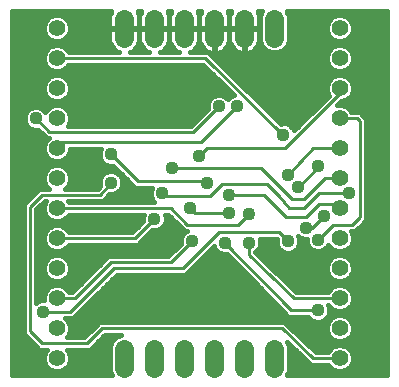
<source format=gbl>
G75*
G70*
%OFA0B0*%
%FSLAX24Y24*%
%IPPOS*%
%LPD*%
%AMOC8*
5,1,8,0,0,1.08239X$1,22.5*
%
%ADD10C,0.0555*%
%ADD11C,0.0640*%
%ADD12C,0.0100*%
%ADD13C,0.0440*%
%ADD14C,0.0436*%
%ADD15C,0.0160*%
D10*
X003854Y001494D03*
X003854Y002494D03*
X003854Y003494D03*
X003854Y004494D03*
X003854Y005494D03*
X003854Y006494D03*
X003854Y007494D03*
X003854Y008494D03*
X003854Y009494D03*
X003854Y010494D03*
X003854Y011494D03*
X003854Y012494D03*
X013280Y012494D03*
X013280Y011494D03*
X013280Y010494D03*
X013280Y009494D03*
X013280Y008494D03*
X013280Y007494D03*
X013280Y006494D03*
X013280Y005494D03*
X013280Y004494D03*
X013280Y003494D03*
X013280Y002494D03*
X013280Y001494D03*
D11*
X011104Y001814D02*
X011104Y001174D01*
X010104Y001174D02*
X010104Y001814D01*
X009104Y001814D02*
X009104Y001174D01*
X008104Y001174D02*
X008104Y001814D01*
X007104Y001814D02*
X007104Y001174D01*
X006104Y001174D02*
X006104Y001814D01*
X006104Y012174D02*
X006104Y012814D01*
X007104Y012814D02*
X007104Y012174D01*
X008104Y012174D02*
X008104Y012814D01*
X009104Y012814D02*
X009104Y012174D01*
X010104Y012174D02*
X010104Y012814D01*
X011104Y012814D02*
X011104Y012174D01*
D12*
X008804Y011494D02*
X003854Y011494D01*
X003154Y009494D02*
X003604Y009044D01*
X008404Y009044D01*
X009254Y009894D01*
X009854Y009894D02*
X008654Y008694D01*
X004054Y008694D01*
X003854Y008494D01*
X005654Y008294D02*
X006554Y007394D01*
X008754Y007394D01*
X008854Y007344D01*
X008954Y006894D02*
X009354Y007294D01*
X010854Y007294D01*
X011254Y006894D01*
X011604Y006494D01*
X012104Y006494D01*
X012604Y006994D01*
X013604Y006994D01*
X013154Y006644D02*
X013304Y006494D01*
X013280Y006494D01*
X013154Y006644D02*
X012604Y006644D01*
X012154Y006194D01*
X011504Y006194D01*
X010754Y006944D01*
X009604Y006944D01*
X008954Y006894D02*
X007454Y006894D01*
X007354Y006994D01*
X007654Y006494D02*
X003854Y006494D01*
X003354Y006944D02*
X002954Y006544D01*
X002954Y002394D01*
X003354Y001994D01*
X004854Y001994D01*
X005354Y002494D01*
X011354Y002494D01*
X012404Y001494D01*
X013280Y001494D01*
X012554Y003094D02*
X011654Y003094D01*
X009454Y005344D01*
X009254Y005694D02*
X008054Y004494D01*
X005754Y004494D01*
X004304Y003044D01*
X003404Y003044D01*
X003854Y003494D02*
X004454Y003494D01*
X005654Y004694D01*
X007654Y004694D01*
X008354Y005394D01*
X008204Y005944D02*
X007654Y006494D01*
X007104Y006144D02*
X006454Y005494D01*
X003854Y005494D01*
X003354Y006944D02*
X005304Y006944D01*
X005654Y007344D01*
X007704Y007844D02*
X010654Y007844D01*
X011704Y006794D01*
X012104Y006794D01*
X012804Y007494D01*
X013280Y007494D01*
X012554Y007844D02*
X012554Y007894D01*
X012554Y007844D02*
X011904Y007194D01*
X011554Y007594D02*
X012404Y008494D01*
X013280Y008494D01*
X013280Y009494D02*
X013854Y009494D01*
X013954Y009394D01*
X013954Y006194D01*
X013704Y005944D01*
X013054Y005944D01*
X012554Y005444D01*
X012354Y005844D02*
X012154Y005844D01*
X012354Y005844D02*
X012754Y006244D01*
X011554Y005394D02*
X011254Y005694D01*
X009254Y005694D01*
X009904Y005944D02*
X008204Y005944D01*
X008454Y006344D02*
X009604Y006344D01*
X009904Y005944D02*
X010254Y006294D01*
X010254Y005344D02*
X010254Y004944D01*
X011754Y003494D01*
X013280Y003494D01*
X008454Y006344D02*
X008304Y006494D01*
X008604Y008244D02*
X008854Y008494D01*
X011454Y008494D01*
X013254Y010294D01*
X013254Y010444D01*
X013280Y010494D01*
X011404Y008944D02*
X008804Y011494D01*
D13*
X009254Y009894D03*
X009854Y009894D03*
X011404Y008944D03*
X012554Y007894D03*
X011904Y007194D03*
X011554Y007594D03*
X012754Y006244D03*
X012154Y005844D03*
X012554Y005444D03*
X011554Y005394D03*
X010254Y005344D03*
X009454Y005344D03*
X008354Y005394D03*
X007104Y006144D03*
X007354Y006994D03*
X008304Y006494D03*
X008854Y007344D03*
X008604Y008244D03*
X007704Y007844D03*
X009604Y006344D03*
X005654Y007344D03*
X005654Y008294D03*
X003154Y009494D03*
X003404Y003044D03*
X012554Y003094D03*
X013604Y006994D03*
D14*
X010254Y006294D03*
X009604Y006944D03*
X007554Y005594D03*
X005854Y003494D03*
X010354Y003394D03*
X011854Y003994D03*
X006104Y010494D03*
X003104Y010994D03*
X011604Y010994D03*
D15*
X002354Y013062D02*
X002354Y000926D01*
X005688Y000926D01*
X005624Y001078D01*
X005624Y001909D01*
X005698Y002086D01*
X005833Y002221D01*
X005985Y002284D01*
X005441Y002284D01*
X004941Y001784D01*
X004767Y001784D01*
X004183Y001784D01*
X004225Y001742D01*
X004292Y001581D01*
X004292Y001407D01*
X004225Y001246D01*
X004102Y001123D01*
X003941Y001056D01*
X003767Y001056D01*
X003607Y001123D01*
X003484Y001246D01*
X003417Y001407D01*
X003417Y001581D01*
X003484Y001742D01*
X003526Y001784D01*
X003267Y001784D01*
X003144Y001907D01*
X002744Y002307D01*
X002744Y002481D01*
X002744Y006631D01*
X002867Y006754D01*
X003267Y007154D01*
X003441Y007154D01*
X003576Y007154D01*
X003484Y007246D01*
X003417Y007407D01*
X003417Y007581D01*
X003484Y007742D01*
X003607Y007865D01*
X003767Y007931D01*
X003941Y007931D01*
X004102Y007865D01*
X004225Y007742D01*
X004292Y007581D01*
X004292Y007407D01*
X004225Y007246D01*
X004133Y007154D01*
X005209Y007154D01*
X005286Y007241D01*
X005274Y007268D01*
X005274Y007419D01*
X005332Y007559D01*
X005439Y007666D01*
X005579Y007724D01*
X005730Y007724D01*
X005870Y007666D01*
X005977Y007559D01*
X006034Y007419D01*
X006034Y007268D01*
X005977Y007129D01*
X005870Y007022D01*
X005730Y006964D01*
X005601Y006964D01*
X005514Y006865D01*
X005514Y006857D01*
X005458Y006800D01*
X005405Y006740D01*
X005397Y006740D01*
X005391Y006734D01*
X005311Y006734D01*
X005232Y006729D01*
X005226Y006734D01*
X004229Y006734D01*
X004241Y006704D01*
X007107Y006704D01*
X007032Y006779D01*
X006974Y006918D01*
X006974Y007069D01*
X007022Y007184D01*
X006641Y007184D01*
X006467Y007184D01*
X005735Y007916D01*
X005730Y007914D01*
X005579Y007914D01*
X005439Y007972D01*
X005332Y008079D01*
X005274Y008218D01*
X005274Y008369D01*
X005322Y008484D01*
X004292Y008484D01*
X004292Y008407D01*
X004225Y008246D01*
X004102Y008123D01*
X003941Y008056D01*
X003767Y008056D01*
X003607Y008123D01*
X003484Y008246D01*
X003417Y008407D01*
X003417Y008581D01*
X003484Y008742D01*
X003576Y008834D01*
X003517Y008834D01*
X003394Y008957D01*
X003235Y009116D01*
X003230Y009114D01*
X003079Y009114D01*
X002939Y009172D01*
X002832Y009279D01*
X002774Y009418D01*
X002774Y009569D01*
X002832Y009709D01*
X002939Y009816D01*
X003079Y009874D01*
X003230Y009874D01*
X003370Y009816D01*
X003472Y009714D01*
X003484Y009742D01*
X003607Y009865D01*
X003767Y009931D01*
X003941Y009931D01*
X004102Y009865D01*
X004225Y009742D01*
X004292Y009581D01*
X004292Y009407D01*
X004229Y009254D01*
X008317Y009254D01*
X008877Y009813D01*
X008874Y009818D01*
X008874Y009969D01*
X008932Y010109D01*
X009039Y010216D01*
X009179Y010274D01*
X009330Y010274D01*
X009470Y010216D01*
X009554Y010131D01*
X009639Y010216D01*
X009758Y010265D01*
X008719Y011284D01*
X004241Y011284D01*
X004225Y011246D01*
X004102Y011123D01*
X003941Y011056D01*
X003767Y011056D01*
X003607Y011123D01*
X003484Y011246D01*
X003417Y011407D01*
X003417Y011581D01*
X003484Y011742D01*
X003607Y011865D01*
X003767Y011931D01*
X003941Y011931D01*
X004102Y011865D01*
X004225Y011742D01*
X004241Y011704D01*
X005933Y011704D01*
X005821Y011750D01*
X005681Y011891D01*
X005604Y012074D01*
X005604Y012474D01*
X006084Y012474D01*
X006084Y012514D01*
X005604Y012514D01*
X005604Y012913D01*
X005666Y013062D01*
X002354Y013062D01*
X002354Y013019D02*
X005648Y013019D01*
X005604Y012860D02*
X004107Y012860D01*
X004102Y012865D02*
X003941Y012931D01*
X003767Y012931D01*
X003607Y012865D01*
X003484Y012742D01*
X003417Y012581D01*
X003417Y012407D01*
X003484Y012246D01*
X003607Y012123D01*
X003767Y012056D01*
X003941Y012056D01*
X004102Y012123D01*
X004225Y012246D01*
X004292Y012407D01*
X004292Y012581D01*
X004225Y012742D01*
X004102Y012865D01*
X004242Y012702D02*
X005604Y012702D01*
X005604Y012543D02*
X004292Y012543D01*
X004283Y012385D02*
X005604Y012385D01*
X005604Y012226D02*
X004205Y012226D01*
X003968Y012068D02*
X005607Y012068D01*
X005673Y011909D02*
X003995Y011909D01*
X004217Y011750D02*
X005821Y011750D01*
X006276Y011704D02*
X006388Y011750D01*
X006528Y011891D01*
X006604Y012074D01*
X006604Y012474D01*
X006125Y012474D01*
X006125Y012514D01*
X006604Y012514D01*
X006604Y012913D01*
X006543Y013062D01*
X006666Y013062D01*
X006604Y012913D01*
X006604Y012514D01*
X007084Y012514D01*
X007084Y012474D01*
X006604Y012474D01*
X006604Y012074D01*
X006681Y011891D01*
X006821Y011750D01*
X006933Y011704D01*
X006276Y011704D01*
X006388Y011750D02*
X006821Y011750D01*
X006673Y011909D02*
X006536Y011909D01*
X006602Y012068D02*
X006607Y012068D01*
X006604Y012226D02*
X006604Y012226D01*
X006604Y012385D02*
X006604Y012385D01*
X006604Y012543D02*
X006604Y012543D01*
X006604Y012702D02*
X006604Y012702D01*
X006604Y012860D02*
X006604Y012860D01*
X006561Y013019D02*
X006648Y013019D01*
X007125Y012514D02*
X007604Y012514D01*
X007604Y012913D01*
X007543Y013062D01*
X007666Y013062D01*
X007604Y012913D01*
X007604Y012514D01*
X008084Y012514D01*
X008084Y012474D01*
X007604Y012474D01*
X007125Y012474D01*
X007125Y012514D01*
X007604Y012543D02*
X007604Y012543D01*
X007604Y012474D02*
X007604Y012074D01*
X007604Y012474D01*
X007604Y012385D02*
X007604Y012385D01*
X007604Y012226D02*
X007604Y012226D01*
X007604Y012074D02*
X007681Y011891D01*
X007821Y011750D01*
X007933Y011704D01*
X007276Y011704D01*
X007388Y011750D01*
X007528Y011891D01*
X007604Y012074D01*
X007602Y012068D02*
X007607Y012068D01*
X007673Y011909D02*
X007536Y011909D01*
X007388Y011750D02*
X007821Y011750D01*
X008276Y011704D02*
X008388Y011750D01*
X008528Y011891D01*
X008604Y012074D01*
X008604Y012474D01*
X008125Y012474D01*
X008125Y012514D01*
X008604Y012514D01*
X008604Y012913D01*
X008543Y013062D01*
X008666Y013062D01*
X008604Y012913D01*
X008604Y012514D01*
X009084Y012514D01*
X009084Y012474D01*
X008604Y012474D01*
X008604Y012074D01*
X008681Y011891D01*
X008821Y011750D01*
X009005Y011674D01*
X009084Y011674D01*
X009084Y012474D01*
X009124Y012474D01*
X009124Y011674D01*
X009204Y011674D01*
X009388Y011750D01*
X009528Y011891D01*
X009604Y012074D01*
X009604Y012474D01*
X009125Y012474D01*
X009125Y012514D01*
X009604Y012514D01*
X009604Y012913D01*
X009543Y013062D01*
X009666Y013062D01*
X009604Y012913D01*
X009604Y012514D01*
X010084Y012514D01*
X010084Y012474D01*
X009604Y012474D01*
X009604Y012074D01*
X009681Y011891D01*
X009821Y011750D01*
X010005Y011674D01*
X010084Y011674D01*
X010084Y012474D01*
X010124Y012474D01*
X010124Y011674D01*
X010204Y011674D01*
X010388Y011750D01*
X010528Y011891D01*
X010604Y012074D01*
X010604Y012474D01*
X010125Y012474D01*
X010125Y012514D01*
X010604Y012514D01*
X010604Y012913D01*
X010543Y013062D01*
X010688Y013062D01*
X010624Y012909D01*
X010624Y012078D01*
X010698Y011902D01*
X010833Y011767D01*
X011009Y011694D01*
X011200Y011694D01*
X011376Y011767D01*
X011511Y011902D01*
X011584Y012078D01*
X011584Y012909D01*
X011521Y013062D01*
X014854Y013062D01*
X014854Y000926D01*
X011521Y000926D01*
X011584Y001078D01*
X011584Y001909D01*
X011533Y002034D01*
X012257Y001344D01*
X012317Y001284D01*
X012321Y001284D01*
X012323Y001282D01*
X012407Y001284D01*
X012893Y001284D01*
X012909Y001246D01*
X013032Y001123D01*
X013193Y001056D01*
X013367Y001056D01*
X013527Y001123D01*
X013651Y001246D01*
X013717Y001407D01*
X013717Y001581D01*
X013651Y001742D01*
X013527Y001865D01*
X013367Y001931D01*
X013193Y001931D01*
X013032Y001865D01*
X012909Y001742D01*
X012893Y001704D01*
X012488Y001704D01*
X011502Y002644D01*
X011441Y002704D01*
X011438Y002704D01*
X011436Y002706D01*
X011352Y002704D01*
X005267Y002704D01*
X005144Y002581D01*
X004767Y002204D01*
X004183Y002204D01*
X004225Y002246D01*
X004292Y002407D01*
X004292Y002581D01*
X004225Y002742D01*
X004133Y002834D01*
X004391Y002834D01*
X004514Y002957D01*
X005841Y004284D01*
X008141Y004284D01*
X008264Y004407D01*
X009090Y005232D01*
X009132Y005129D01*
X009239Y005022D01*
X009379Y004964D01*
X009530Y004964D01*
X009532Y004965D01*
X011444Y003008D01*
X011444Y003007D01*
X011505Y002947D01*
X011565Y002885D01*
X011567Y002885D01*
X011567Y002884D01*
X011654Y002884D01*
X011739Y002883D01*
X011740Y002884D01*
X012230Y002884D01*
X012232Y002879D01*
X012339Y002772D01*
X012479Y002714D01*
X012630Y002714D01*
X012770Y002772D01*
X012877Y002879D01*
X012934Y003018D01*
X012934Y003169D01*
X012887Y003284D01*
X012893Y003284D01*
X012909Y003246D01*
X013032Y003123D01*
X013193Y003056D01*
X013367Y003056D01*
X013527Y003123D01*
X013651Y003246D01*
X013717Y003407D01*
X013717Y003581D01*
X013651Y003742D01*
X013527Y003865D01*
X013367Y003931D01*
X013193Y003931D01*
X013032Y003865D01*
X012909Y003742D01*
X012893Y003704D01*
X011839Y003704D01*
X010473Y005025D01*
X010577Y005129D01*
X010634Y005268D01*
X010634Y005419D01*
X010608Y005484D01*
X011167Y005484D01*
X011177Y005475D01*
X011174Y005469D01*
X011174Y005318D01*
X011232Y005179D01*
X011339Y005072D01*
X011479Y005014D01*
X011630Y005014D01*
X011770Y005072D01*
X011877Y005179D01*
X011934Y005318D01*
X011934Y005469D01*
X011894Y005567D01*
X011939Y005522D01*
X012079Y005464D01*
X012174Y005464D01*
X012174Y005368D01*
X012232Y005229D01*
X012339Y005122D01*
X012479Y005064D01*
X012630Y005064D01*
X012770Y005122D01*
X012877Y005229D01*
X012896Y005276D01*
X012909Y005246D01*
X013032Y005123D01*
X013193Y005056D01*
X013367Y005056D01*
X013527Y005123D01*
X013651Y005246D01*
X013717Y005407D01*
X013717Y005581D01*
X013654Y005734D01*
X013791Y005734D01*
X014041Y005984D01*
X014164Y006107D01*
X014164Y009307D01*
X014164Y009481D01*
X014064Y009581D01*
X013941Y009704D01*
X013666Y009704D01*
X013651Y009742D01*
X013527Y009865D01*
X013367Y009931D01*
X013193Y009931D01*
X013186Y009929D01*
X013314Y010056D01*
X013367Y010056D01*
X013527Y010123D01*
X013651Y010246D01*
X013717Y010407D01*
X013717Y010581D01*
X013651Y010742D01*
X013527Y010865D01*
X013367Y010931D01*
X013193Y010931D01*
X013032Y010865D01*
X012909Y010742D01*
X012842Y010581D01*
X012842Y010407D01*
X012909Y010246D01*
X012909Y010246D01*
X011755Y009091D01*
X011727Y009159D01*
X011620Y009266D01*
X011480Y009324D01*
X011329Y009324D01*
X011320Y009320D01*
X008953Y011642D01*
X008891Y011704D01*
X008890Y011704D01*
X008889Y011705D01*
X008804Y011704D01*
X008276Y011704D01*
X008388Y011750D02*
X008821Y011750D01*
X009004Y011592D02*
X012847Y011592D01*
X012842Y011581D02*
X012842Y011407D01*
X012909Y011246D01*
X013032Y011123D01*
X013193Y011056D01*
X013367Y011056D01*
X013527Y011123D01*
X013651Y011246D01*
X013717Y011407D01*
X013717Y011581D01*
X013651Y011742D01*
X013527Y011865D01*
X013367Y011931D01*
X013193Y011931D01*
X013032Y011865D01*
X012909Y011742D01*
X012842Y011581D01*
X012842Y011433D02*
X009166Y011433D01*
X009328Y011275D02*
X012897Y011275D01*
X013048Y011116D02*
X009489Y011116D01*
X009651Y010958D02*
X014854Y010958D01*
X014854Y011116D02*
X013511Y011116D01*
X013662Y011275D02*
X014854Y011275D01*
X014854Y011433D02*
X013717Y011433D01*
X013713Y011592D02*
X014854Y011592D01*
X014854Y011750D02*
X013642Y011750D01*
X013421Y011909D02*
X014854Y011909D01*
X014854Y012068D02*
X013394Y012068D01*
X013367Y012056D02*
X013527Y012123D01*
X013651Y012246D01*
X013717Y012407D01*
X013717Y012581D01*
X013651Y012742D01*
X013527Y012865D01*
X013367Y012931D01*
X013193Y012931D01*
X013032Y012865D01*
X012909Y012742D01*
X012842Y012581D01*
X012842Y012407D01*
X012909Y012246D01*
X013032Y012123D01*
X013193Y012056D01*
X013367Y012056D01*
X013166Y012068D02*
X011580Y012068D01*
X011584Y012226D02*
X012929Y012226D01*
X012851Y012385D02*
X011584Y012385D01*
X011584Y012543D02*
X012842Y012543D01*
X012892Y012702D02*
X011584Y012702D01*
X011584Y012860D02*
X013027Y012860D01*
X013532Y012860D02*
X014854Y012860D01*
X014854Y012702D02*
X013667Y012702D01*
X013717Y012543D02*
X014854Y012543D01*
X014854Y012385D02*
X013708Y012385D01*
X013631Y012226D02*
X014854Y012226D01*
X014854Y013019D02*
X011539Y013019D01*
X010670Y013019D02*
X010561Y013019D01*
X010604Y012860D02*
X010624Y012860D01*
X010624Y012702D02*
X010604Y012702D01*
X010604Y012543D02*
X010624Y012543D01*
X010624Y012385D02*
X010604Y012385D01*
X010604Y012226D02*
X010624Y012226D01*
X010629Y012068D02*
X010602Y012068D01*
X010536Y011909D02*
X010695Y011909D01*
X010872Y011750D02*
X010388Y011750D01*
X010124Y011750D02*
X010084Y011750D01*
X009821Y011750D02*
X009388Y011750D01*
X009124Y011750D02*
X009084Y011750D01*
X009084Y011909D02*
X009124Y011909D01*
X009124Y012068D02*
X009084Y012068D01*
X009084Y012226D02*
X009124Y012226D01*
X009124Y012385D02*
X009084Y012385D01*
X008607Y012068D02*
X008602Y012068D01*
X008604Y012226D02*
X008604Y012226D01*
X008604Y012385D02*
X008604Y012385D01*
X008604Y012543D02*
X008604Y012543D01*
X008604Y012702D02*
X008604Y012702D01*
X008604Y012860D02*
X008604Y012860D01*
X008561Y013019D02*
X008648Y013019D01*
X009561Y013019D02*
X009648Y013019D01*
X009604Y012860D02*
X009604Y012860D01*
X009604Y012702D02*
X009604Y012702D01*
X009604Y012543D02*
X009604Y012543D01*
X009604Y012385D02*
X009604Y012385D01*
X009604Y012226D02*
X009604Y012226D01*
X009602Y012068D02*
X009607Y012068D01*
X009673Y011909D02*
X009536Y011909D01*
X010084Y011909D02*
X010124Y011909D01*
X010124Y012068D02*
X010084Y012068D01*
X010084Y012226D02*
X010124Y012226D01*
X010124Y012385D02*
X010084Y012385D01*
X011337Y011750D02*
X012918Y011750D01*
X013139Y011909D02*
X011514Y011909D01*
X012966Y010799D02*
X009813Y010799D01*
X009974Y010641D02*
X012867Y010641D01*
X012842Y010482D02*
X010136Y010482D01*
X010298Y010324D02*
X012877Y010324D01*
X012829Y010165D02*
X010459Y010165D01*
X010621Y010006D02*
X012670Y010006D01*
X012512Y009848D02*
X010783Y009848D01*
X010944Y009689D02*
X012353Y009689D01*
X012195Y009531D02*
X011106Y009531D01*
X011268Y009372D02*
X012036Y009372D01*
X011877Y009214D02*
X011672Y009214D01*
X013264Y010006D02*
X014854Y010006D01*
X014854Y009848D02*
X013544Y009848D01*
X013569Y010165D02*
X014854Y010165D01*
X014854Y010324D02*
X013683Y010324D01*
X013717Y010482D02*
X014854Y010482D01*
X014854Y010641D02*
X013692Y010641D01*
X013593Y010799D02*
X014854Y010799D01*
X014854Y009689D02*
X013956Y009689D01*
X014114Y009531D02*
X014854Y009531D01*
X014854Y009372D02*
X014164Y009372D01*
X014164Y009214D02*
X014854Y009214D01*
X014854Y009055D02*
X014164Y009055D01*
X014164Y008897D02*
X014854Y008897D01*
X014854Y008738D02*
X014164Y008738D01*
X014164Y008580D02*
X014854Y008580D01*
X014854Y008421D02*
X014164Y008421D01*
X014164Y008262D02*
X014854Y008262D01*
X014854Y008104D02*
X014164Y008104D01*
X014164Y007945D02*
X014854Y007945D01*
X014854Y007787D02*
X014164Y007787D01*
X014164Y007628D02*
X014854Y007628D01*
X014854Y007470D02*
X014164Y007470D01*
X014164Y007311D02*
X014854Y007311D01*
X014854Y007153D02*
X014164Y007153D01*
X014164Y006994D02*
X014854Y006994D01*
X014854Y006836D02*
X014164Y006836D01*
X014164Y006677D02*
X014854Y006677D01*
X014854Y006519D02*
X014164Y006519D01*
X014164Y006360D02*
X014854Y006360D01*
X014854Y006201D02*
X014164Y006201D01*
X014100Y006043D02*
X014854Y006043D01*
X014854Y005884D02*
X013942Y005884D01*
X013657Y005726D02*
X014854Y005726D01*
X014854Y005567D02*
X013717Y005567D01*
X013717Y005409D02*
X014854Y005409D01*
X014854Y005250D02*
X013652Y005250D01*
X013452Y005092D02*
X014854Y005092D01*
X014854Y004933D02*
X010568Y004933D01*
X010540Y005092D02*
X011319Y005092D01*
X011203Y005250D02*
X010627Y005250D01*
X010634Y005409D02*
X011174Y005409D01*
X011790Y005092D02*
X012412Y005092D01*
X012223Y005250D02*
X011906Y005250D01*
X011934Y005409D02*
X012174Y005409D01*
X012697Y005092D02*
X013108Y005092D01*
X013193Y004931D02*
X013032Y004865D01*
X012909Y004742D01*
X012842Y004581D01*
X012842Y004407D01*
X012909Y004246D01*
X013032Y004123D01*
X013193Y004056D01*
X013367Y004056D01*
X013527Y004123D01*
X013651Y004246D01*
X013717Y004407D01*
X013717Y004581D01*
X013651Y004742D01*
X013527Y004865D01*
X013367Y004931D01*
X013193Y004931D01*
X012942Y004775D02*
X010732Y004775D01*
X010896Y004616D02*
X012857Y004616D01*
X012842Y004457D02*
X011060Y004457D01*
X011224Y004299D02*
X012887Y004299D01*
X013014Y004140D02*
X011388Y004140D01*
X011552Y003982D02*
X014854Y003982D01*
X014854Y004140D02*
X013545Y004140D01*
X013672Y004299D02*
X014854Y004299D01*
X014854Y004457D02*
X013717Y004457D01*
X013703Y004616D02*
X014854Y004616D01*
X014854Y004775D02*
X013618Y004775D01*
X012907Y005250D02*
X012886Y005250D01*
X012990Y003823D02*
X011716Y003823D01*
X011113Y003348D02*
X004905Y003348D01*
X004747Y003189D02*
X011268Y003189D01*
X011423Y003031D02*
X004588Y003031D01*
X004430Y002872D02*
X012239Y002872D01*
X012870Y002872D02*
X013050Y002872D01*
X013032Y002865D02*
X012909Y002742D01*
X012842Y002581D01*
X012842Y002407D01*
X012909Y002246D01*
X013032Y002123D01*
X013193Y002056D01*
X013367Y002056D01*
X013527Y002123D01*
X013651Y002246D01*
X013717Y002407D01*
X013717Y002581D01*
X013651Y002742D01*
X013527Y002865D01*
X013367Y002931D01*
X013193Y002931D01*
X013032Y002865D01*
X012934Y003031D02*
X014854Y003031D01*
X014854Y003189D02*
X013594Y003189D01*
X013693Y003348D02*
X014854Y003348D01*
X014854Y003506D02*
X013717Y003506D01*
X013682Y003665D02*
X014854Y003665D01*
X014854Y003823D02*
X013569Y003823D01*
X012966Y003189D02*
X012926Y003189D01*
X012897Y002713D02*
X004237Y002713D01*
X004292Y002555D02*
X005119Y002555D01*
X004960Y002396D02*
X004288Y002396D01*
X004217Y002238D02*
X004801Y002238D01*
X005078Y001921D02*
X005629Y001921D01*
X005624Y001762D02*
X004205Y001762D01*
X004283Y001604D02*
X005624Y001604D01*
X005624Y001445D02*
X004292Y001445D01*
X004242Y001287D02*
X005624Y001287D01*
X005624Y001128D02*
X004107Y001128D01*
X003602Y001128D02*
X002354Y001128D01*
X002354Y001287D02*
X003467Y001287D01*
X003417Y001445D02*
X002354Y001445D01*
X002354Y001604D02*
X003426Y001604D01*
X003504Y001762D02*
X002354Y001762D01*
X002354Y001921D02*
X003131Y001921D01*
X002972Y002079D02*
X002354Y002079D01*
X002354Y002238D02*
X002814Y002238D01*
X002744Y002396D02*
X002354Y002396D01*
X002354Y002555D02*
X002744Y002555D01*
X002744Y002713D02*
X002354Y002713D01*
X002354Y002872D02*
X002744Y002872D01*
X002744Y003031D02*
X002354Y003031D01*
X002354Y003189D02*
X002744Y003189D01*
X002744Y003348D02*
X002354Y003348D01*
X002354Y003506D02*
X002744Y003506D01*
X002744Y003665D02*
X002354Y003665D01*
X002354Y003823D02*
X002744Y003823D01*
X002744Y003982D02*
X002354Y003982D01*
X002354Y004140D02*
X002744Y004140D01*
X002744Y004299D02*
X002354Y004299D01*
X002354Y004457D02*
X002744Y004457D01*
X002744Y004616D02*
X002354Y004616D01*
X002354Y004775D02*
X002744Y004775D01*
X002744Y004933D02*
X002354Y004933D01*
X002354Y005092D02*
X002744Y005092D01*
X002744Y005250D02*
X002354Y005250D01*
X002354Y005409D02*
X002744Y005409D01*
X002744Y005567D02*
X002354Y005567D01*
X002354Y005726D02*
X002744Y005726D01*
X002744Y005884D02*
X002354Y005884D01*
X002354Y006043D02*
X002744Y006043D01*
X002744Y006201D02*
X002354Y006201D01*
X002354Y006360D02*
X002744Y006360D01*
X002744Y006519D02*
X002354Y006519D01*
X002354Y006677D02*
X002791Y006677D01*
X002949Y006836D02*
X002354Y006836D01*
X002354Y006994D02*
X003108Y006994D01*
X003441Y006734D02*
X003164Y006457D01*
X003164Y003341D01*
X003189Y003366D01*
X003329Y003424D01*
X003417Y003424D01*
X003417Y003581D01*
X003484Y003742D01*
X003607Y003865D01*
X003767Y003931D01*
X003941Y003931D01*
X004102Y003865D01*
X004225Y003742D01*
X004241Y003704D01*
X004368Y003704D01*
X005567Y004904D01*
X005741Y004904D01*
X007567Y004904D01*
X007977Y005313D01*
X007974Y005318D01*
X007974Y005469D01*
X008032Y005609D01*
X008139Y005716D01*
X008182Y005734D01*
X008117Y005734D01*
X007567Y006284D01*
X007458Y006284D01*
X007484Y006219D01*
X007484Y006068D01*
X007427Y005929D01*
X007320Y005822D01*
X007180Y005764D01*
X007029Y005764D01*
X007024Y005766D01*
X006664Y005407D01*
X006541Y005284D01*
X004241Y005284D01*
X004225Y005246D01*
X004102Y005123D01*
X003941Y005056D01*
X003767Y005056D01*
X003607Y005123D01*
X003484Y005246D01*
X003417Y005407D01*
X003417Y005581D01*
X003484Y005742D01*
X003607Y005865D01*
X003767Y005931D01*
X003941Y005931D01*
X004102Y005865D01*
X004225Y005742D01*
X004241Y005704D01*
X006367Y005704D01*
X006727Y006063D01*
X006724Y006068D01*
X006724Y006219D01*
X006751Y006284D01*
X004241Y006284D01*
X004225Y006246D01*
X004102Y006123D01*
X003941Y006056D01*
X003767Y006056D01*
X003607Y006123D01*
X003484Y006246D01*
X003417Y006407D01*
X003417Y006581D01*
X003480Y006734D01*
X003441Y006734D01*
X003457Y006677D02*
X003385Y006677D01*
X003417Y006519D02*
X003226Y006519D01*
X003164Y006360D02*
X003436Y006360D01*
X003528Y006201D02*
X003164Y006201D01*
X003164Y006043D02*
X006707Y006043D01*
X006724Y006201D02*
X004181Y006201D01*
X004055Y005884D02*
X006548Y005884D01*
X006389Y005726D02*
X004232Y005726D01*
X004227Y005250D02*
X007914Y005250D01*
X007974Y005409D02*
X006666Y005409D01*
X006825Y005567D02*
X008015Y005567D01*
X008163Y005726D02*
X006983Y005726D01*
X007382Y005884D02*
X007967Y005884D01*
X007808Y006043D02*
X007474Y006043D01*
X007484Y006201D02*
X007650Y006201D01*
X007009Y006836D02*
X005493Y006836D01*
X005803Y006994D02*
X006974Y006994D01*
X007009Y007153D02*
X005987Y007153D01*
X006034Y007311D02*
X006340Y007311D01*
X006182Y007470D02*
X006014Y007470D01*
X006023Y007628D02*
X005907Y007628D01*
X005864Y007787D02*
X004180Y007787D01*
X004272Y007628D02*
X005402Y007628D01*
X005295Y007470D02*
X004292Y007470D01*
X004252Y007311D02*
X005274Y007311D01*
X005503Y007945D02*
X002354Y007945D01*
X002354Y007787D02*
X003529Y007787D01*
X003437Y007628D02*
X002354Y007628D01*
X002354Y007470D02*
X003417Y007470D01*
X003457Y007311D02*
X002354Y007311D01*
X002354Y007153D02*
X003266Y007153D01*
X003653Y008104D02*
X002354Y008104D01*
X002354Y008262D02*
X003477Y008262D01*
X003417Y008421D02*
X002354Y008421D01*
X002354Y008580D02*
X003417Y008580D01*
X003482Y008738D02*
X002354Y008738D01*
X002354Y008897D02*
X003455Y008897D01*
X003296Y009055D02*
X002354Y009055D01*
X002354Y009214D02*
X002897Y009214D01*
X002794Y009372D02*
X002354Y009372D01*
X002354Y009531D02*
X002774Y009531D01*
X002824Y009689D02*
X002354Y009689D01*
X002354Y009848D02*
X003016Y009848D01*
X003293Y009848D02*
X003590Y009848D01*
X003767Y010056D02*
X003941Y010056D01*
X004102Y010123D01*
X004225Y010246D01*
X004292Y010407D01*
X004292Y010581D01*
X004225Y010742D01*
X004102Y010865D01*
X003941Y010931D01*
X003767Y010931D01*
X003607Y010865D01*
X003484Y010742D01*
X003417Y010581D01*
X003417Y010407D01*
X003484Y010246D01*
X003607Y010123D01*
X003767Y010056D01*
X003565Y010165D02*
X002354Y010165D01*
X002354Y010006D02*
X008890Y010006D01*
X008874Y009848D02*
X004119Y009848D01*
X004247Y009689D02*
X008753Y009689D01*
X008594Y009531D02*
X004292Y009531D01*
X004278Y009372D02*
X008436Y009372D01*
X008988Y010165D02*
X004144Y010165D01*
X004257Y010324D02*
X009698Y010324D01*
X009588Y010165D02*
X009521Y010165D01*
X009536Y010482D02*
X004292Y010482D01*
X004267Y010641D02*
X009375Y010641D01*
X009213Y010799D02*
X004168Y010799D01*
X004086Y011116D02*
X008890Y011116D01*
X009051Y010958D02*
X002354Y010958D01*
X002354Y011116D02*
X003623Y011116D01*
X003472Y011275D02*
X002354Y011275D01*
X002354Y011433D02*
X003417Y011433D01*
X003422Y011592D02*
X002354Y011592D01*
X002354Y011750D02*
X003492Y011750D01*
X003714Y011909D02*
X002354Y011909D01*
X002354Y012068D02*
X003741Y012068D01*
X003504Y012226D02*
X002354Y012226D01*
X002354Y012385D02*
X003426Y012385D01*
X003417Y012543D02*
X002354Y012543D01*
X002354Y012702D02*
X003467Y012702D01*
X003602Y012860D02*
X002354Y012860D01*
X004237Y011275D02*
X008728Y011275D01*
X008673Y011909D02*
X008536Y011909D01*
X007604Y012702D02*
X007604Y012702D01*
X007604Y012860D02*
X007604Y012860D01*
X007561Y013019D02*
X007648Y013019D01*
X003541Y010799D02*
X002354Y010799D01*
X002354Y010641D02*
X003442Y010641D01*
X003417Y010482D02*
X002354Y010482D01*
X002354Y010324D02*
X003451Y010324D01*
X004292Y008421D02*
X005296Y008421D01*
X005274Y008262D02*
X004232Y008262D01*
X004056Y008104D02*
X005322Y008104D01*
X003654Y005884D02*
X003164Y005884D01*
X003164Y005726D02*
X003477Y005726D01*
X003417Y005567D02*
X003164Y005567D01*
X003164Y005409D02*
X003417Y005409D01*
X003482Y005250D02*
X003164Y005250D01*
X003164Y005092D02*
X003682Y005092D01*
X003767Y004931D02*
X003607Y004865D01*
X003484Y004742D01*
X003417Y004581D01*
X003417Y004407D01*
X003484Y004246D01*
X003607Y004123D01*
X003767Y004056D01*
X003941Y004056D01*
X004102Y004123D01*
X004225Y004246D01*
X004292Y004407D01*
X004292Y004581D01*
X004225Y004742D01*
X004102Y004865D01*
X003941Y004931D01*
X003767Y004931D01*
X003516Y004775D02*
X003164Y004775D01*
X003164Y004933D02*
X007597Y004933D01*
X007755Y005092D02*
X004027Y005092D01*
X004192Y004775D02*
X005438Y004775D01*
X005280Y004616D02*
X004277Y004616D01*
X004292Y004457D02*
X005121Y004457D01*
X004963Y004299D02*
X004247Y004299D01*
X004120Y004140D02*
X004804Y004140D01*
X004646Y003982D02*
X003164Y003982D01*
X003164Y004140D02*
X003589Y004140D01*
X003462Y004299D02*
X003164Y004299D01*
X003164Y004457D02*
X003417Y004457D01*
X003432Y004616D02*
X003164Y004616D01*
X003164Y003823D02*
X003565Y003823D01*
X003452Y003665D02*
X003164Y003665D01*
X003164Y003506D02*
X003417Y003506D01*
X003171Y003348D02*
X003164Y003348D01*
X004144Y003823D02*
X004487Y003823D01*
X005064Y003506D02*
X010958Y003506D01*
X010803Y003665D02*
X005222Y003665D01*
X005381Y003823D02*
X010648Y003823D01*
X010493Y003982D02*
X005539Y003982D01*
X005698Y004140D02*
X010338Y004140D01*
X010183Y004299D02*
X008156Y004299D01*
X008315Y004457D02*
X010027Y004457D01*
X009872Y004616D02*
X008474Y004616D01*
X008632Y004775D02*
X009717Y004775D01*
X009562Y004933D02*
X008791Y004933D01*
X008949Y005092D02*
X009169Y005092D01*
X011595Y002555D02*
X012842Y002555D01*
X012846Y002396D02*
X011761Y002396D01*
X011928Y002238D02*
X012917Y002238D01*
X013137Y002079D02*
X012094Y002079D01*
X012261Y001921D02*
X013167Y001921D01*
X013392Y001921D02*
X014854Y001921D01*
X014854Y002079D02*
X013422Y002079D01*
X013642Y002238D02*
X014854Y002238D01*
X014854Y002396D02*
X013713Y002396D01*
X013717Y002555D02*
X014854Y002555D01*
X014854Y002713D02*
X013662Y002713D01*
X013510Y002872D02*
X014854Y002872D01*
X014854Y001762D02*
X013630Y001762D01*
X013708Y001604D02*
X014854Y001604D01*
X014854Y001445D02*
X013717Y001445D01*
X013667Y001287D02*
X014854Y001287D01*
X014854Y001128D02*
X013533Y001128D01*
X013027Y001128D02*
X011584Y001128D01*
X011584Y001287D02*
X012315Y001287D01*
X012151Y001445D02*
X011584Y001445D01*
X011584Y001604D02*
X011985Y001604D01*
X011818Y001762D02*
X011584Y001762D01*
X011580Y001921D02*
X011652Y001921D01*
X012427Y001762D02*
X012929Y001762D01*
X011539Y000969D02*
X014854Y000969D01*
X005874Y002238D02*
X005395Y002238D01*
X005237Y002079D02*
X005695Y002079D01*
X005670Y000969D02*
X002354Y000969D01*
M02*

</source>
